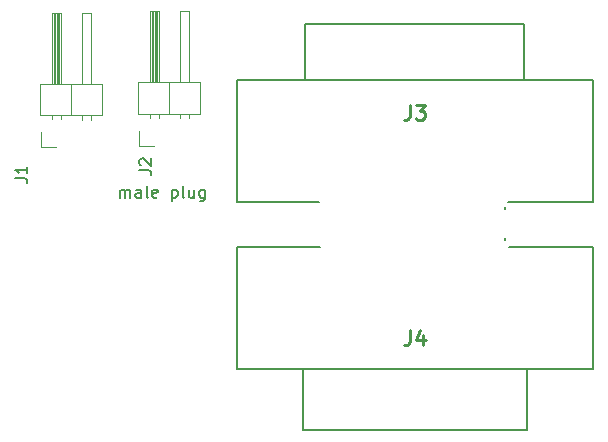
<source format=gbr>
%TF.GenerationSoftware,KiCad,Pcbnew,(6.0.4-0)*%
%TF.CreationDate,2022-07-14T08:44:55-06:00*%
%TF.ProjectId,25to25,3235746f-3235-42e6-9b69-6361645f7063,rev?*%
%TF.SameCoordinates,Original*%
%TF.FileFunction,Legend,Top*%
%TF.FilePolarity,Positive*%
%FSLAX46Y46*%
G04 Gerber Fmt 4.6, Leading zero omitted, Abs format (unit mm)*
G04 Created by KiCad (PCBNEW (6.0.4-0)) date 2022-07-14 08:44:55*
%MOMM*%
%LPD*%
G01*
G04 APERTURE LIST*
%ADD10C,0.150000*%
%ADD11C,0.254000*%
%ADD12C,0.120000*%
%ADD13C,0.200000*%
%ADD14R,1.700000X1.700000*%
%ADD15O,1.700000X1.700000*%
%ADD16C,4.200000*%
%ADD17C,0.910000*%
G04 APERTURE END LIST*
D10*
X124428571Y-68152380D02*
X124428571Y-67485714D01*
X124428571Y-67580952D02*
X124476190Y-67533333D01*
X124571428Y-67485714D01*
X124714285Y-67485714D01*
X124809523Y-67533333D01*
X124857142Y-67628571D01*
X124857142Y-68152380D01*
X124857142Y-67628571D02*
X124904761Y-67533333D01*
X125000000Y-67485714D01*
X125142857Y-67485714D01*
X125238095Y-67533333D01*
X125285714Y-67628571D01*
X125285714Y-68152380D01*
X126190476Y-68152380D02*
X126190476Y-67628571D01*
X126142857Y-67533333D01*
X126047619Y-67485714D01*
X125857142Y-67485714D01*
X125761904Y-67533333D01*
X126190476Y-68104761D02*
X126095238Y-68152380D01*
X125857142Y-68152380D01*
X125761904Y-68104761D01*
X125714285Y-68009523D01*
X125714285Y-67914285D01*
X125761904Y-67819047D01*
X125857142Y-67771428D01*
X126095238Y-67771428D01*
X126190476Y-67723809D01*
X126809523Y-68152380D02*
X126714285Y-68104761D01*
X126666666Y-68009523D01*
X126666666Y-67152380D01*
X127571428Y-68104761D02*
X127476190Y-68152380D01*
X127285714Y-68152380D01*
X127190476Y-68104761D01*
X127142857Y-68009523D01*
X127142857Y-67628571D01*
X127190476Y-67533333D01*
X127285714Y-67485714D01*
X127476190Y-67485714D01*
X127571428Y-67533333D01*
X127619047Y-67628571D01*
X127619047Y-67723809D01*
X127142857Y-67819047D01*
X128809523Y-67485714D02*
X128809523Y-68485714D01*
X128809523Y-67533333D02*
X128904761Y-67485714D01*
X129095238Y-67485714D01*
X129190476Y-67533333D01*
X129238095Y-67580952D01*
X129285714Y-67676190D01*
X129285714Y-67961904D01*
X129238095Y-68057142D01*
X129190476Y-68104761D01*
X129095238Y-68152380D01*
X128904761Y-68152380D01*
X128809523Y-68104761D01*
X129857142Y-68152380D02*
X129761904Y-68104761D01*
X129714285Y-68009523D01*
X129714285Y-67152380D01*
X130666666Y-67485714D02*
X130666666Y-68152380D01*
X130238095Y-67485714D02*
X130238095Y-68009523D01*
X130285714Y-68104761D01*
X130380952Y-68152380D01*
X130523809Y-68152380D01*
X130619047Y-68104761D01*
X130666666Y-68057142D01*
X131571428Y-67485714D02*
X131571428Y-68295238D01*
X131523809Y-68390476D01*
X131476190Y-68438095D01*
X131380952Y-68485714D01*
X131238095Y-68485714D01*
X131142857Y-68438095D01*
X131571428Y-68104761D02*
X131476190Y-68152380D01*
X131285714Y-68152380D01*
X131190476Y-68104761D01*
X131142857Y-68057142D01*
X131095238Y-67961904D01*
X131095238Y-67676190D01*
X131142857Y-67580952D01*
X131190476Y-67533333D01*
X131285714Y-67485714D01*
X131476190Y-67485714D01*
X131571428Y-67533333D01*
%TO.C,J2*%
X126052380Y-65833333D02*
X126766666Y-65833333D01*
X126909523Y-65880952D01*
X127004761Y-65976190D01*
X127052380Y-66119047D01*
X127052380Y-66214285D01*
X126147619Y-65404761D02*
X126100000Y-65357142D01*
X126052380Y-65261904D01*
X126052380Y-65023809D01*
X126100000Y-64928571D01*
X126147619Y-64880952D01*
X126242857Y-64833333D01*
X126338095Y-64833333D01*
X126480952Y-64880952D01*
X127052380Y-65452380D01*
X127052380Y-64833333D01*
%TO.C,J1*%
X115552380Y-66533333D02*
X116266666Y-66533333D01*
X116409523Y-66580952D01*
X116504761Y-66676190D01*
X116552380Y-66819047D01*
X116552380Y-66914285D01*
X116552380Y-65533333D02*
X116552380Y-66104761D01*
X116552380Y-65819047D02*
X115552380Y-65819047D01*
X115695238Y-65914285D01*
X115790476Y-66009523D01*
X115838095Y-66104761D01*
D11*
%TO.C,J4*%
X148956666Y-79389523D02*
X148956666Y-80296666D01*
X148896190Y-80478095D01*
X148775238Y-80599047D01*
X148593809Y-80659523D01*
X148472857Y-80659523D01*
X150105714Y-79812857D02*
X150105714Y-80659523D01*
X149803333Y-79329047D02*
X149500952Y-80236190D01*
X150287142Y-80236190D01*
%TO.C,J3*%
X148956666Y-60309523D02*
X148956666Y-61216666D01*
X148896190Y-61398095D01*
X148775238Y-61519047D01*
X148593809Y-61579523D01*
X148472857Y-61579523D01*
X149440476Y-60309523D02*
X150226666Y-60309523D01*
X149803333Y-60793333D01*
X149984761Y-60793333D01*
X150105714Y-60853809D01*
X150166190Y-60914285D01*
X150226666Y-61035238D01*
X150226666Y-61337619D01*
X150166190Y-61458571D01*
X150105714Y-61519047D01*
X149984761Y-61579523D01*
X149621904Y-61579523D01*
X149500952Y-61519047D01*
X149440476Y-61458571D01*
D12*
%TO.C,J2*%
X127460000Y-58400000D02*
X127460000Y-52400000D01*
X130220000Y-52400000D02*
X130220000Y-58400000D01*
X126030000Y-63770000D02*
X126030000Y-62500000D01*
X127220000Y-58400000D02*
X127220000Y-52400000D01*
X126920000Y-58400000D02*
X126920000Y-52400000D01*
X127680000Y-52400000D02*
X127680000Y-58400000D01*
X125970000Y-58400000D02*
X125970000Y-61060000D01*
X125970000Y-61060000D02*
X131170000Y-61060000D01*
X127100000Y-58400000D02*
X127100000Y-52400000D01*
X126920000Y-52400000D02*
X127680000Y-52400000D01*
X127580000Y-58400000D02*
X127580000Y-52400000D01*
X126980000Y-58400000D02*
X126980000Y-52400000D01*
X127300000Y-63770000D02*
X126030000Y-63770000D01*
X128570000Y-61060000D02*
X128570000Y-58400000D01*
X127340000Y-58400000D02*
X127340000Y-52400000D01*
X131170000Y-61060000D02*
X131170000Y-58400000D01*
X127680000Y-61390000D02*
X127680000Y-61060000D01*
X131170000Y-58400000D02*
X125970000Y-58400000D01*
X129460000Y-58400000D02*
X129460000Y-52400000D01*
X130220000Y-61457071D02*
X130220000Y-61060000D01*
X126920000Y-61390000D02*
X126920000Y-61060000D01*
X129460000Y-52400000D02*
X130220000Y-52400000D01*
X129460000Y-61457071D02*
X129460000Y-61060000D01*
%TO.C,J1*%
X119160000Y-58500000D02*
X119160000Y-52500000D01*
X121920000Y-52500000D02*
X121920000Y-58500000D01*
X117730000Y-63870000D02*
X117730000Y-62600000D01*
X118920000Y-58500000D02*
X118920000Y-52500000D01*
X118620000Y-58500000D02*
X118620000Y-52500000D01*
X119380000Y-52500000D02*
X119380000Y-58500000D01*
X117670000Y-58500000D02*
X117670000Y-61160000D01*
X117670000Y-61160000D02*
X122870000Y-61160000D01*
X118800000Y-58500000D02*
X118800000Y-52500000D01*
X118620000Y-52500000D02*
X119380000Y-52500000D01*
X119280000Y-58500000D02*
X119280000Y-52500000D01*
X118680000Y-58500000D02*
X118680000Y-52500000D01*
X119000000Y-63870000D02*
X117730000Y-63870000D01*
X120270000Y-61160000D02*
X120270000Y-58500000D01*
X119040000Y-58500000D02*
X119040000Y-52500000D01*
X122870000Y-61160000D02*
X122870000Y-58500000D01*
X119380000Y-61490000D02*
X119380000Y-61160000D01*
X122870000Y-58500000D02*
X117670000Y-58500000D01*
X121160000Y-58500000D02*
X121160000Y-52500000D01*
X121920000Y-61557071D02*
X121920000Y-61160000D01*
X118620000Y-61490000D02*
X118620000Y-61160000D01*
X121160000Y-52500000D02*
X121920000Y-52500000D01*
X121160000Y-61557071D02*
X121160000Y-61160000D01*
D13*
%TO.C,J4*%
X134330000Y-72310000D02*
X134330000Y-72310000D01*
X164430000Y-82660000D02*
X164430000Y-82660000D01*
X157380000Y-72310000D02*
X164430000Y-72310000D01*
X158855000Y-82660000D02*
X158855000Y-87860000D01*
X141380000Y-72310000D02*
X134330000Y-72310000D01*
X164430000Y-72310000D02*
X157380000Y-72310000D01*
X157000000Y-71650000D02*
X157000000Y-71650000D01*
X164430000Y-82660000D02*
X164430000Y-72310000D01*
X134330000Y-82660000D02*
X134330000Y-82660000D01*
X134330000Y-72310000D02*
X134330000Y-82660000D01*
X157380000Y-72310000D02*
X157380000Y-72310000D01*
X164430000Y-72310000D02*
X164430000Y-72310000D01*
X164430000Y-72310000D02*
X164430000Y-82660000D01*
X134330000Y-72310000D02*
X134330000Y-72310000D01*
X157000000Y-71750000D02*
X157000000Y-71750000D01*
X134330000Y-82660000D02*
X164430000Y-82660000D01*
X139905000Y-87860000D02*
X139905000Y-82660000D01*
X164430000Y-72310000D02*
X164430000Y-72310000D01*
X157000000Y-71650000D02*
X157000000Y-71650000D01*
X164430000Y-82660000D02*
X134330000Y-82660000D01*
X134330000Y-82660000D02*
X134330000Y-72310000D01*
X134330000Y-82660000D02*
X134330000Y-82660000D01*
X139905000Y-82660000D02*
X158855000Y-82660000D01*
X134330000Y-72310000D02*
X141380000Y-72310000D01*
X164430000Y-82660000D02*
X164430000Y-82660000D01*
X141380000Y-72310000D02*
X141380000Y-72310000D01*
X158855000Y-87860000D02*
X139905000Y-87860000D01*
X157000000Y-71650000D02*
G75*
G03*
X157000000Y-71750000I0J-50000D01*
G01*
X157000000Y-71650000D02*
G75*
G03*
X157000000Y-71750000I0J-50000D01*
G01*
X157000000Y-71750000D02*
G75*
G03*
X157000000Y-71650000I0J50000D01*
G01*
%TO.C,J3*%
X140105000Y-53470000D02*
X158655000Y-53470000D01*
X134330000Y-68540000D02*
X134330000Y-58190000D01*
X134330000Y-58190000D02*
X134330000Y-68540000D01*
X134330000Y-68540000D02*
X141250000Y-68540000D01*
X164430000Y-58190000D02*
X164430000Y-68540000D01*
X134330000Y-58190000D02*
X134330000Y-58190000D01*
X157250000Y-68540000D02*
X164430000Y-68540000D01*
X134330000Y-68540000D02*
X134330000Y-68540000D01*
X157000000Y-69100000D02*
X157000000Y-69100000D01*
X164430000Y-58190000D02*
X164430000Y-58190000D01*
X157250000Y-68540000D02*
X157250000Y-68540000D01*
X164430000Y-68540000D02*
X164430000Y-58190000D01*
X164430000Y-68540000D02*
X157250000Y-68540000D01*
X164430000Y-68540000D02*
X164430000Y-68540000D01*
X141250000Y-68540000D02*
X141250000Y-68540000D01*
X158655000Y-58190000D02*
X140105000Y-58190000D01*
X164430000Y-58190000D02*
X134330000Y-58190000D01*
X157000000Y-69100000D02*
X157000000Y-69100000D01*
X158655000Y-53470000D02*
X158655000Y-58190000D01*
X134330000Y-58190000D02*
X134330000Y-58190000D01*
X157000000Y-69000000D02*
X157000000Y-69000000D01*
X141250000Y-68540000D02*
X134330000Y-68540000D01*
X140105000Y-58190000D02*
X140105000Y-53470000D01*
X164430000Y-58190000D02*
X164430000Y-58190000D01*
X134330000Y-68540000D02*
X134330000Y-68540000D01*
X134330000Y-58190000D02*
X164430000Y-58190000D01*
X164430000Y-68540000D02*
X164430000Y-68540000D01*
X157000000Y-69100000D02*
G75*
G03*
X157000000Y-69000000I0J50000D01*
G01*
X157000000Y-69000000D02*
G75*
G03*
X157000000Y-69100000I0J-50000D01*
G01*
X157000000Y-69100000D02*
G75*
G03*
X157000000Y-69000000I0J50000D01*
G01*
%TD*%
%LPC*%
D14*
%TO.C,J2*%
X127300000Y-62500000D03*
D15*
X129840000Y-62500000D03*
%TD*%
D14*
%TO.C,J1*%
X119000000Y-62600000D03*
D15*
X121540000Y-62600000D03*
%TD*%
D16*
%TO.C,J4*%
X161635000Y-77060000D03*
X137125000Y-77060000D03*
D17*
X157000000Y-73250000D03*
X155730000Y-73250000D03*
X154460000Y-73250000D03*
X153190000Y-73250000D03*
X151920000Y-73250000D03*
X150650000Y-73250000D03*
X149380000Y-73250000D03*
X148110000Y-73250000D03*
X146840000Y-73250000D03*
X145570000Y-73250000D03*
X144300000Y-73250000D03*
X143030000Y-73250000D03*
X141760000Y-73250000D03*
X156365000Y-75790000D03*
X155095000Y-75790000D03*
X153825000Y-75790000D03*
X152555000Y-75790000D03*
X151285000Y-75790000D03*
X150015000Y-75790000D03*
X148745000Y-75790000D03*
X147475000Y-75790000D03*
X146205000Y-75790000D03*
X144935000Y-75790000D03*
X143665000Y-75790000D03*
X142395000Y-75790000D03*
%TD*%
D16*
%TO.C,J3*%
X137125000Y-63790000D03*
X161635000Y-63790000D03*
D17*
X157000000Y-67600000D03*
X155730000Y-67600000D03*
X154460000Y-67600000D03*
X153190000Y-67600000D03*
X151920000Y-67600000D03*
X150650000Y-67600000D03*
X149380000Y-67600000D03*
X148110000Y-67600000D03*
X146840000Y-67600000D03*
X145570000Y-67600000D03*
X144300000Y-67600000D03*
X143030000Y-67600000D03*
X141760000Y-67600000D03*
X156365000Y-65060000D03*
X155095000Y-65060000D03*
X153825000Y-65060000D03*
X152555000Y-65060000D03*
X151285000Y-65060000D03*
X150015000Y-65060000D03*
X148745000Y-65060000D03*
X147475000Y-65060000D03*
X146205000Y-65060000D03*
X144935000Y-65060000D03*
X143665000Y-65060000D03*
X142395000Y-65060000D03*
%TD*%
M02*

</source>
